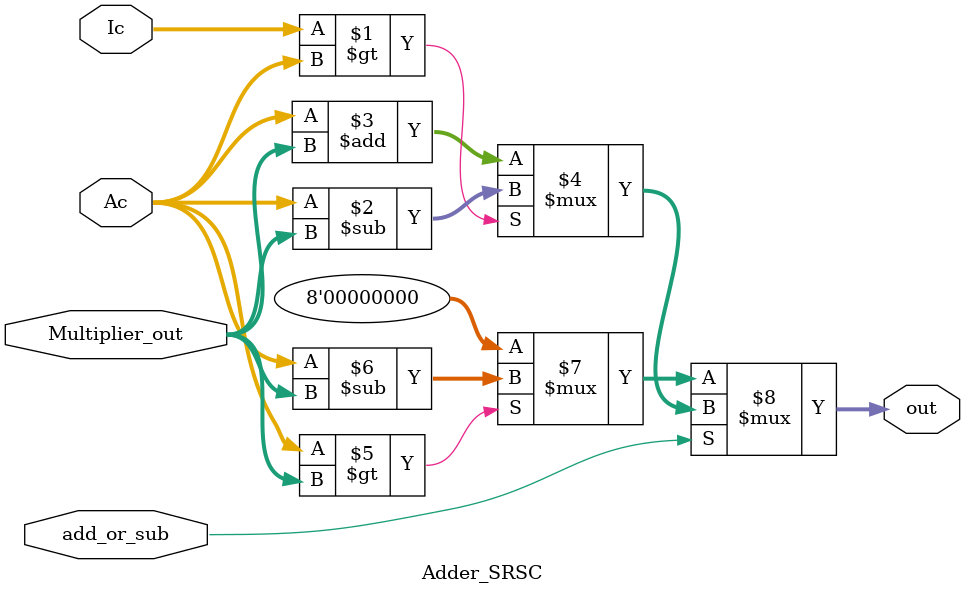
<source format=v>
module Adder_SRSC(
    input [7:0]  Ac,
    input [7:0]  Ic,
    input [7:0]  Multiplier_out,
    
    input        add_or_sub,

    output [7:0] out
);
    
    assign out = add_or_sub ? (Ic > Ac) ? (Ac - Multiplier_out) : (Ac + Multiplier_out) :
                                          (Ac > Multiplier_out) ? (Ac - Multiplier_out) : 8'd0;

endmodule

</source>
